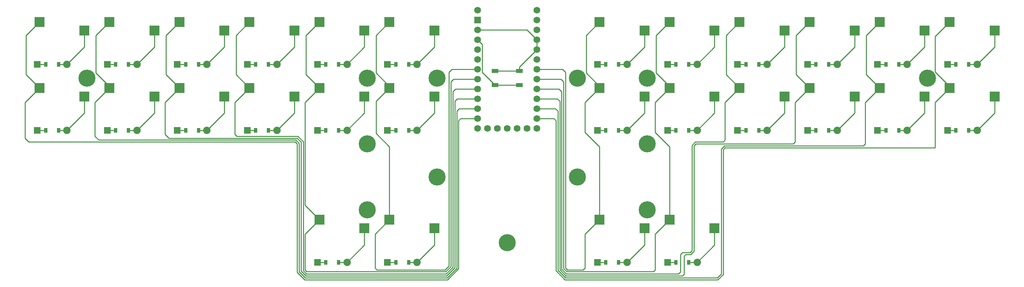
<source format=gbr>
%TF.GenerationSoftware,KiCad,Pcbnew,9.0.0*%
%TF.CreationDate,2025-04-18T14:09:36+02:00*%
%TF.ProjectId,pcb,7063622e-6b69-4636-9164-5f7063625858,v1.0.0*%
%TF.SameCoordinates,Original*%
%TF.FileFunction,Copper,L2,Bot*%
%TF.FilePolarity,Positive*%
%FSLAX46Y46*%
G04 Gerber Fmt 4.6, Leading zero omitted, Abs format (unit mm)*
G04 Created by KiCad (PCBNEW 9.0.0) date 2025-04-18 14:09:36*
%MOMM*%
%LPD*%
G01*
G04 APERTURE LIST*
%TA.AperFunction,SMDPad,CuDef*%
%ADD10R,2.600000X2.600000*%
%TD*%
%TA.AperFunction,SMDPad,CuDef*%
%ADD11R,0.900000X1.200000*%
%TD*%
%TA.AperFunction,ComponentPad*%
%ADD12R,1.778000X1.778000*%
%TD*%
%TA.AperFunction,ComponentPad*%
%ADD13C,1.905000*%
%TD*%
%TA.AperFunction,ComponentPad*%
%ADD14C,1.752600*%
%TD*%
%TA.AperFunction,ComponentPad*%
%ADD15R,1.752600X1.752600*%
%TD*%
%TA.AperFunction,SMDPad,CuDef*%
%ADD16R,1.800000X1.100000*%
%TD*%
%TA.AperFunction,ComponentPad*%
%ADD17C,4.400000*%
%TD*%
%TA.AperFunction,ComponentPad*%
%ADD18C,0.700000*%
%TD*%
%TA.AperFunction,Conductor*%
%ADD19C,0.250000*%
%TD*%
G04 APERTURE END LIST*
D10*
%TO.P,S1,1*%
%TO.N,D23*%
X96725000Y-94050000D03*
%TO.P,S1,2*%
%TO.N,outer_lbottom*%
X108275000Y-96250000D03*
%TD*%
%TO.P,S2,1*%
%TO.N,D23*%
X96725000Y-77050000D03*
%TO.P,S2,2*%
%TO.N,outer_ltop*%
X108275000Y-79250000D03*
%TD*%
%TO.P,S3,1*%
%TO.N,D20*%
X114725000Y-94050000D03*
%TO.P,S3,2*%
%TO.N,pinky_lbottom*%
X126275000Y-96250000D03*
%TD*%
%TO.P,S4,1*%
%TO.N,D20*%
X114725000Y-77050000D03*
%TO.P,S4,2*%
%TO.N,pinky_ltop*%
X126275000Y-79250000D03*
%TD*%
%TO.P,S5,1*%
%TO.N,D22*%
X132725000Y-94050000D03*
%TO.P,S5,2*%
%TO.N,ring_lbottom*%
X144275000Y-96250000D03*
%TD*%
%TO.P,S6,1*%
%TO.N,D22*%
X132725000Y-77050000D03*
%TO.P,S6,2*%
%TO.N,ring_ltop*%
X144275000Y-79250000D03*
%TD*%
%TO.P,S7,1*%
%TO.N,D26*%
X150725000Y-94050000D03*
%TO.P,S7,2*%
%TO.N,middle_lbottom*%
X162275000Y-96250000D03*
%TD*%
%TO.P,S8,1*%
%TO.N,D26*%
X150725000Y-77050000D03*
%TO.P,S8,2*%
%TO.N,middle_ltop*%
X162275000Y-79250000D03*
%TD*%
%TO.P,S9,1*%
%TO.N,D27*%
X168725000Y-94050000D03*
%TO.P,S9,2*%
%TO.N,index_lbottom*%
X180275000Y-96250000D03*
%TD*%
%TO.P,S10,1*%
%TO.N,D27*%
X168725000Y-77050000D03*
%TO.P,S10,2*%
%TO.N,index_ltop*%
X180275000Y-79250000D03*
%TD*%
%TO.P,S11,1*%
%TO.N,D28*%
X186725000Y-94050000D03*
%TO.P,S11,2*%
%TO.N,inner_lbottom*%
X198275000Y-96250000D03*
%TD*%
%TO.P,S12,1*%
%TO.N,D28*%
X186725000Y-77050000D03*
%TO.P,S12,2*%
%TO.N,inner_ltop*%
X198275000Y-79250000D03*
%TD*%
%TO.P,S13,1*%
%TO.N,D3*%
X240725000Y-94050000D03*
%TO.P,S13,2*%
%TO.N,inner_rbottom*%
X252275000Y-96250000D03*
%TD*%
%TO.P,S14,1*%
%TO.N,D3*%
X240725000Y-77050000D03*
%TO.P,S14,2*%
%TO.N,inner_rtop*%
X252275000Y-79250000D03*
%TD*%
%TO.P,S15,1*%
%TO.N,D4*%
X258725000Y-94050000D03*
%TO.P,S15,2*%
%TO.N,index_rbottom*%
X270275000Y-96250000D03*
%TD*%
%TO.P,S16,1*%
%TO.N,D4*%
X258725000Y-77050000D03*
%TO.P,S16,2*%
%TO.N,index_rtop*%
X270275000Y-79250000D03*
%TD*%
%TO.P,S17,1*%
%TO.N,D5*%
X276725000Y-94050000D03*
%TO.P,S17,2*%
%TO.N,middle_rbottom*%
X288275000Y-96250000D03*
%TD*%
%TO.P,S18,1*%
%TO.N,D5*%
X276725000Y-77050000D03*
%TO.P,S18,2*%
%TO.N,middle_rtop*%
X288275000Y-79250000D03*
%TD*%
%TO.P,S19,1*%
%TO.N,D6*%
X294725000Y-94050000D03*
%TO.P,S19,2*%
%TO.N,ring_rbottom*%
X306275000Y-96250000D03*
%TD*%
%TO.P,S20,1*%
%TO.N,D6*%
X294725000Y-77050000D03*
%TO.P,S20,2*%
%TO.N,ring_rtop*%
X306275000Y-79250000D03*
%TD*%
%TO.P,S21,1*%
%TO.N,D7*%
X312725000Y-94050000D03*
%TO.P,S21,2*%
%TO.N,pinky_rbottom*%
X324275000Y-96250000D03*
%TD*%
%TO.P,S22,1*%
%TO.N,D7*%
X312725000Y-77050000D03*
%TO.P,S22,2*%
%TO.N,pinky_rtop*%
X324275000Y-79250000D03*
%TD*%
%TO.P,S23,1*%
%TO.N,D8*%
X330725000Y-94050000D03*
%TO.P,S23,2*%
%TO.N,outer_rbottom*%
X342275000Y-96250000D03*
%TD*%
%TO.P,S24,1*%
%TO.N,D8*%
X330725000Y-77050000D03*
%TO.P,S24,2*%
%TO.N,outer_rtop*%
X342275000Y-79250000D03*
%TD*%
%TO.P,S25,1*%
%TO.N,D27*%
X168725000Y-128050000D03*
%TO.P,S25,2*%
%TO.N,outer_lttop*%
X180275000Y-130250000D03*
%TD*%
%TO.P,S26,1*%
%TO.N,D28*%
X186725000Y-128050000D03*
%TO.P,S26,2*%
%TO.N,inner_lttop*%
X198275000Y-130250000D03*
%TD*%
%TO.P,S27,1*%
%TO.N,D3*%
X240725000Y-128050000D03*
%TO.P,S27,2*%
%TO.N,inner_rttop*%
X252275000Y-130250000D03*
%TD*%
%TO.P,S28,1*%
%TO.N,D4*%
X258725000Y-128050000D03*
%TO.P,S28,2*%
%TO.N,outer_rttop*%
X270275000Y-130250000D03*
%TD*%
D11*
%TO.P,D1,2*%
%TO.N,outer_lbottom*%
X101650000Y-105000000D03*
%TO.P,D1,1*%
%TO.N,D21*%
X98350000Y-105000000D03*
D12*
X96190000Y-105000000D03*
D13*
%TO.P,D1,2*%
%TO.N,outer_lbottom*%
X103810000Y-105000000D03*
%TD*%
D11*
%TO.P,D2,2*%
%TO.N,outer_ltop*%
X101650000Y-88000000D03*
%TO.P,D2,1*%
%TO.N,D29*%
X98350000Y-88000000D03*
D12*
X96190000Y-88000000D03*
D13*
%TO.P,D2,2*%
%TO.N,outer_ltop*%
X103810000Y-88000000D03*
%TD*%
D11*
%TO.P,D3,2*%
%TO.N,pinky_lbottom*%
X119650000Y-105000000D03*
%TO.P,D3,1*%
%TO.N,D21*%
X116350000Y-105000000D03*
D12*
X114190000Y-105000000D03*
D13*
%TO.P,D3,2*%
%TO.N,pinky_lbottom*%
X121810000Y-105000000D03*
%TD*%
D11*
%TO.P,D4,2*%
%TO.N,pinky_ltop*%
X119650000Y-88000000D03*
%TO.P,D4,1*%
%TO.N,D29*%
X116350000Y-88000000D03*
D12*
X114190000Y-88000000D03*
D13*
%TO.P,D4,2*%
%TO.N,pinky_ltop*%
X121810000Y-88000000D03*
%TD*%
D11*
%TO.P,D5,2*%
%TO.N,ring_lbottom*%
X137650000Y-105000000D03*
%TO.P,D5,1*%
%TO.N,D21*%
X134350000Y-105000000D03*
D12*
X132190000Y-105000000D03*
D13*
%TO.P,D5,2*%
%TO.N,ring_lbottom*%
X139810000Y-105000000D03*
%TD*%
D11*
%TO.P,D6,2*%
%TO.N,ring_ltop*%
X137650000Y-88000000D03*
%TO.P,D6,1*%
%TO.N,D29*%
X134350000Y-88000000D03*
D12*
X132190000Y-88000000D03*
D13*
%TO.P,D6,2*%
%TO.N,ring_ltop*%
X139810000Y-88000000D03*
%TD*%
D11*
%TO.P,D7,2*%
%TO.N,middle_lbottom*%
X155650000Y-105000000D03*
%TO.P,D7,1*%
%TO.N,D21*%
X152350000Y-105000000D03*
D12*
X150190000Y-105000000D03*
D13*
%TO.P,D7,2*%
%TO.N,middle_lbottom*%
X157810000Y-105000000D03*
%TD*%
D11*
%TO.P,D8,2*%
%TO.N,middle_ltop*%
X155650000Y-88000000D03*
%TO.P,D8,1*%
%TO.N,D29*%
X152350000Y-88000000D03*
D12*
X150190000Y-88000000D03*
D13*
%TO.P,D8,2*%
%TO.N,middle_ltop*%
X157810000Y-88000000D03*
%TD*%
D11*
%TO.P,D9,2*%
%TO.N,index_lbottom*%
X173650000Y-105000000D03*
%TO.P,D9,1*%
%TO.N,D21*%
X170350000Y-105000000D03*
D12*
X168190000Y-105000000D03*
D13*
%TO.P,D9,2*%
%TO.N,index_lbottom*%
X175810000Y-105000000D03*
%TD*%
D11*
%TO.P,D10,2*%
%TO.N,index_ltop*%
X173650000Y-88000000D03*
%TO.P,D10,1*%
%TO.N,D29*%
X170350000Y-88000000D03*
D12*
X168190000Y-88000000D03*
D13*
%TO.P,D10,2*%
%TO.N,index_ltop*%
X175810000Y-88000000D03*
%TD*%
D11*
%TO.P,D11,2*%
%TO.N,inner_lbottom*%
X191650000Y-105000000D03*
%TO.P,D11,1*%
%TO.N,D21*%
X188350000Y-105000000D03*
D12*
X186190000Y-105000000D03*
D13*
%TO.P,D11,2*%
%TO.N,inner_lbottom*%
X193810000Y-105000000D03*
%TD*%
D11*
%TO.P,D12,2*%
%TO.N,inner_ltop*%
X191650000Y-88000000D03*
%TO.P,D12,1*%
%TO.N,D29*%
X188350000Y-88000000D03*
D12*
X186190000Y-88000000D03*
D13*
%TO.P,D12,2*%
%TO.N,inner_ltop*%
X193810000Y-88000000D03*
%TD*%
D11*
%TO.P,D13,2*%
%TO.N,inner_rbottom*%
X245650000Y-105000000D03*
%TO.P,D13,1*%
%TO.N,D9*%
X242350000Y-105000000D03*
D12*
X240190000Y-105000000D03*
D13*
%TO.P,D13,2*%
%TO.N,inner_rbottom*%
X247810000Y-105000000D03*
%TD*%
D11*
%TO.P,D14,2*%
%TO.N,inner_rtop*%
X245650000Y-88000000D03*
%TO.P,D14,1*%
%TO.N,D2*%
X242350000Y-88000000D03*
D12*
X240190000Y-88000000D03*
D13*
%TO.P,D14,2*%
%TO.N,inner_rtop*%
X247810000Y-88000000D03*
%TD*%
D11*
%TO.P,D15,2*%
%TO.N,index_rbottom*%
X263650000Y-105000000D03*
%TO.P,D15,1*%
%TO.N,D9*%
X260350000Y-105000000D03*
D12*
X258190000Y-105000000D03*
D13*
%TO.P,D15,2*%
%TO.N,index_rbottom*%
X265810000Y-105000000D03*
%TD*%
D11*
%TO.P,D16,2*%
%TO.N,index_rtop*%
X263650000Y-88000000D03*
%TO.P,D16,1*%
%TO.N,D2*%
X260350000Y-88000000D03*
D12*
X258190000Y-88000000D03*
D13*
%TO.P,D16,2*%
%TO.N,index_rtop*%
X265810000Y-88000000D03*
%TD*%
D11*
%TO.P,D17,2*%
%TO.N,middle_rbottom*%
X281650000Y-105000000D03*
%TO.P,D17,1*%
%TO.N,D9*%
X278350000Y-105000000D03*
D12*
X276190000Y-105000000D03*
D13*
%TO.P,D17,2*%
%TO.N,middle_rbottom*%
X283810000Y-105000000D03*
%TD*%
D11*
%TO.P,D18,2*%
%TO.N,middle_rtop*%
X281650000Y-88000000D03*
%TO.P,D18,1*%
%TO.N,D2*%
X278350000Y-88000000D03*
D12*
X276190000Y-88000000D03*
D13*
%TO.P,D18,2*%
%TO.N,middle_rtop*%
X283810000Y-88000000D03*
%TD*%
D11*
%TO.P,D19,2*%
%TO.N,ring_rbottom*%
X299650000Y-105000000D03*
%TO.P,D19,1*%
%TO.N,D9*%
X296350000Y-105000000D03*
D12*
X294190000Y-105000000D03*
D13*
%TO.P,D19,2*%
%TO.N,ring_rbottom*%
X301810000Y-105000000D03*
%TD*%
D11*
%TO.P,D20,2*%
%TO.N,ring_rtop*%
X299650000Y-88000000D03*
%TO.P,D20,1*%
%TO.N,D2*%
X296350000Y-88000000D03*
D12*
X294190000Y-88000000D03*
D13*
%TO.P,D20,2*%
%TO.N,ring_rtop*%
X301810000Y-88000000D03*
%TD*%
D11*
%TO.P,D21,2*%
%TO.N,pinky_rbottom*%
X317650000Y-105000000D03*
%TO.P,D21,1*%
%TO.N,D9*%
X314350000Y-105000000D03*
D12*
X312190000Y-105000000D03*
D13*
%TO.P,D21,2*%
%TO.N,pinky_rbottom*%
X319810000Y-105000000D03*
%TD*%
D11*
%TO.P,D22,2*%
%TO.N,pinky_rtop*%
X317650000Y-88000000D03*
%TO.P,D22,1*%
%TO.N,D2*%
X314350000Y-88000000D03*
D12*
X312190000Y-88000000D03*
D13*
%TO.P,D22,2*%
%TO.N,pinky_rtop*%
X319810000Y-88000000D03*
%TD*%
D11*
%TO.P,D23,2*%
%TO.N,outer_rbottom*%
X335650000Y-105000000D03*
%TO.P,D23,1*%
%TO.N,D9*%
X332350000Y-105000000D03*
D12*
X330190000Y-105000000D03*
D13*
%TO.P,D23,2*%
%TO.N,outer_rbottom*%
X337810000Y-105000000D03*
%TD*%
D11*
%TO.P,D24,2*%
%TO.N,outer_rtop*%
X335650000Y-88000000D03*
%TO.P,D24,1*%
%TO.N,D2*%
X332350000Y-88000000D03*
D12*
X330190000Y-88000000D03*
D13*
%TO.P,D24,2*%
%TO.N,outer_rtop*%
X337810000Y-88000000D03*
%TD*%
D11*
%TO.P,D25,2*%
%TO.N,outer_lttop*%
X173650000Y-139000000D03*
%TO.P,D25,1*%
%TO.N,D1*%
X170350000Y-139000000D03*
D12*
X168190000Y-139000000D03*
D13*
%TO.P,D25,2*%
%TO.N,outer_lttop*%
X175810000Y-139000000D03*
%TD*%
D11*
%TO.P,D26,2*%
%TO.N,inner_lttop*%
X191650000Y-139000000D03*
%TO.P,D26,1*%
%TO.N,D1*%
X188350000Y-139000000D03*
D12*
X186190000Y-139000000D03*
D13*
%TO.P,D26,2*%
%TO.N,inner_lttop*%
X193810000Y-139000000D03*
%TD*%
D11*
%TO.P,D27,2*%
%TO.N,inner_rttop*%
X245650000Y-139000000D03*
%TO.P,D27,1*%
%TO.N,D1*%
X242350000Y-139000000D03*
D12*
X240190000Y-139000000D03*
D13*
%TO.P,D27,2*%
%TO.N,inner_rttop*%
X247810000Y-139000000D03*
%TD*%
D11*
%TO.P,D28,2*%
%TO.N,outer_rttop*%
X263650000Y-139000000D03*
%TO.P,D28,1*%
%TO.N,D1*%
X260350000Y-139000000D03*
D12*
X258190000Y-139000000D03*
D13*
%TO.P,D28,2*%
%TO.N,outer_rttop*%
X265810000Y-139000000D03*
%TD*%
D14*
%TO.P,MCU1,2*%
%TO.N,Dm*%
X209380000Y-73990000D03*
D15*
%TO.P,MCU1,1*%
%TO.N,RAW*%
X209380000Y-76530000D03*
D14*
%TO.P,MCU1,2*%
%TO.N,GND*%
X209380000Y-79070000D03*
%TO.P,MCU1,3*%
%TO.N,RST*%
X209380000Y-81610000D03*
%TO.P,MCU1,4*%
%TO.N,VCC*%
X209380000Y-84150000D03*
%TO.P,MCU1,5*%
%TO.N,D29*%
X209380000Y-86690000D03*
%TO.P,MCU1,6*%
%TO.N,D28*%
X209380000Y-89230000D03*
%TO.P,MCU1,7*%
%TO.N,D27*%
X209380000Y-91770000D03*
%TO.P,MCU1,8*%
%TO.N,D26*%
X209380000Y-94310000D03*
%TO.P,MCU1,9*%
%TO.N,D22*%
X209380000Y-96850000D03*
%TO.P,MCU1,10*%
%TO.N,D20*%
X209380000Y-99390000D03*
%TO.P,MCU1,11*%
%TO.N,D23*%
X209380000Y-101930000D03*
%TO.P,MCU1,12*%
%TO.N,D21*%
X209380000Y-104470000D03*
%TO.P,MCU1,13*%
%TO.N,D12*%
X222080000Y-104470000D03*
%TO.P,MCU1,14*%
%TO.N,D13*%
X219540000Y-104470000D03*
%TO.P,MCU1,15*%
%TO.N,D14*%
X217000000Y-104470000D03*
%TO.P,MCU1,16*%
%TO.N,D15*%
X214460000Y-104470000D03*
%TO.P,MCU1,17*%
%TO.N,D16*%
X211920000Y-104470000D03*
%TO.P,MCU1,18*%
%TO.N,Dp*%
X224620000Y-73990000D03*
%TO.P,MCU1,19*%
%TO.N,D0*%
X224620000Y-76530000D03*
%TO.P,MCU1,20*%
%TO.N,D1*%
X224620000Y-79070000D03*
%TO.P,MCU1,21*%
%TO.N,GND*%
X224620000Y-81610000D03*
%TO.P,MCU1,22*%
X224620000Y-84150000D03*
%TO.P,MCU1,23*%
%TO.N,D2*%
X224620000Y-86690000D03*
%TO.P,MCU1,24*%
%TO.N,D3*%
X224620000Y-89230000D03*
%TO.P,MCU1,25*%
%TO.N,D4*%
X224620000Y-91770000D03*
%TO.P,MCU1,26*%
%TO.N,D5*%
X224620000Y-94310000D03*
%TO.P,MCU1,27*%
%TO.N,D6*%
X224620000Y-96850000D03*
%TO.P,MCU1,28*%
%TO.N,D7*%
X224620000Y-99390000D03*
%TO.P,MCU1,29*%
%TO.N,D8*%
X224620000Y-101930000D03*
%TO.P,MCU1,30*%
%TO.N,D9*%
X224620000Y-104470000D03*
%TD*%
D16*
%TO.P,B1,1*%
%TO.N,GND*%
X213900000Y-89650000D03*
X220100000Y-89650000D03*
%TO.P,B1,2*%
%TO.N,RST*%
X213900000Y-93350000D03*
X220100000Y-93350000D03*
%TD*%
D17*
%TO.P,_1,1*%
%TO.N,N/C*%
X109000000Y-91500000D03*
D18*
X110629630Y-91500000D03*
X110152322Y-92652322D03*
X109000000Y-93129630D03*
X107847678Y-92652322D03*
X107370370Y-91500000D03*
X107847678Y-90347678D03*
X109000000Y-89870370D03*
X110152322Y-90347678D03*
%TD*%
D17*
%TO.P,_2,1*%
%TO.N,N/C*%
X181000000Y-91500000D03*
D18*
X182629630Y-91500000D03*
X182152322Y-92652322D03*
X181000000Y-93129630D03*
X179847678Y-92652322D03*
X179370370Y-91500000D03*
X179847678Y-90347678D03*
X181000000Y-89870370D03*
X182152322Y-90347678D03*
%TD*%
D17*
%TO.P,_3,1*%
%TO.N,N/C*%
X181000000Y-108500000D03*
D18*
X182629630Y-108500000D03*
X182152322Y-109652322D03*
X181000000Y-110129630D03*
X179847678Y-109652322D03*
X179370370Y-108500000D03*
X179847678Y-107347678D03*
X181000000Y-106870370D03*
X182152322Y-107347678D03*
%TD*%
D17*
%TO.P,_4,1*%
%TO.N,N/C*%
X199000000Y-91500000D03*
D18*
X200629630Y-91500000D03*
X200152322Y-92652322D03*
X199000000Y-93129630D03*
X197847678Y-92652322D03*
X197370370Y-91500000D03*
X197847678Y-90347678D03*
X199000000Y-89870370D03*
X200152322Y-90347678D03*
%TD*%
D17*
%TO.P,_5,1*%
%TO.N,N/C*%
X199000000Y-117000000D03*
D18*
X200629630Y-117000000D03*
X200152322Y-118152322D03*
X199000000Y-118629630D03*
X197847678Y-118152322D03*
X197370370Y-117000000D03*
X197847678Y-115847678D03*
X199000000Y-115370370D03*
X200152322Y-115847678D03*
%TD*%
D17*
%TO.P,_6,1*%
%TO.N,N/C*%
X181000000Y-125500000D03*
D18*
X182629630Y-125500000D03*
X182152322Y-126652322D03*
X181000000Y-127129630D03*
X179847678Y-126652322D03*
X179370370Y-125500000D03*
X179847678Y-124347678D03*
X181000000Y-123870370D03*
X182152322Y-124347678D03*
%TD*%
D17*
%TO.P,_7,1*%
%TO.N,N/C*%
X325000000Y-91500000D03*
D18*
X326629630Y-91500000D03*
X326152322Y-92652322D03*
X325000000Y-93129630D03*
X323847678Y-92652322D03*
X323370370Y-91500000D03*
X323847678Y-90347678D03*
X325000000Y-89870370D03*
X326152322Y-90347678D03*
%TD*%
D17*
%TO.P,_8,1*%
%TO.N,N/C*%
X253000000Y-91500000D03*
D18*
X254629630Y-91500000D03*
X254152322Y-92652322D03*
X253000000Y-93129630D03*
X251847678Y-92652322D03*
X251370370Y-91500000D03*
X251847678Y-90347678D03*
X253000000Y-89870370D03*
X254152322Y-90347678D03*
%TD*%
D17*
%TO.P,_9,1*%
%TO.N,N/C*%
X253000000Y-108500000D03*
D18*
X254629630Y-108500000D03*
X254152322Y-109652322D03*
X253000000Y-110129630D03*
X251847678Y-109652322D03*
X251370370Y-108500000D03*
X251847678Y-107347678D03*
X253000000Y-106870370D03*
X254152322Y-107347678D03*
%TD*%
D17*
%TO.P,_10,1*%
%TO.N,N/C*%
X235000000Y-91500000D03*
D18*
X236629630Y-91500000D03*
X236152322Y-92652322D03*
X235000000Y-93129630D03*
X233847678Y-92652322D03*
X233370370Y-91500000D03*
X233847678Y-90347678D03*
X235000000Y-89870370D03*
X236152322Y-90347678D03*
%TD*%
D17*
%TO.P,_11,1*%
%TO.N,N/C*%
X235000000Y-117000000D03*
D18*
X236629630Y-117000000D03*
X236152322Y-118152322D03*
X235000000Y-118629630D03*
X233847678Y-118152322D03*
X233370370Y-117000000D03*
X233847678Y-115847678D03*
X235000000Y-115370370D03*
X236152322Y-115847678D03*
%TD*%
D17*
%TO.P,_12,1*%
%TO.N,N/C*%
X253000000Y-125500000D03*
D18*
X254629630Y-125500000D03*
X254152322Y-126652322D03*
X253000000Y-127129630D03*
X251847678Y-126652322D03*
X251370370Y-125500000D03*
X251847678Y-124347678D03*
X253000000Y-123870370D03*
X254152322Y-124347678D03*
%TD*%
D17*
%TO.P,_13,1*%
%TO.N,N/C*%
X217000000Y-134000000D03*
D18*
X218629630Y-134000000D03*
X218152322Y-135152322D03*
X217000000Y-135629630D03*
X215847678Y-135152322D03*
X215370370Y-134000000D03*
X215847678Y-132847678D03*
X217000000Y-132370370D03*
X218152322Y-132847678D03*
%TD*%
D19*
%TO.N,D8*%
X330725000Y-94050000D02*
X327000000Y-97775000D01*
X229500000Y-141189050D02*
X229500000Y-102500000D01*
X327000000Y-97775000D02*
X327000000Y-109500000D01*
X271137810Y-143500000D02*
X231810950Y-143500000D01*
X229500000Y-102500000D02*
X228930000Y-101930000D01*
X272500000Y-110000000D02*
X272500000Y-142137810D01*
X231810950Y-143500000D02*
X229500000Y-141189050D01*
X273000000Y-109500000D02*
X272500000Y-110000000D01*
X327000000Y-109500000D02*
X273000000Y-109500000D01*
X272500000Y-142137810D02*
X271137810Y-143500000D01*
X228930000Y-101930000D02*
X224620000Y-101930000D01*
%TO.N,GND*%
X209380000Y-79070000D02*
X222080000Y-79070000D01*
X222080000Y-79070000D02*
X224620000Y-81610000D01*
X224620000Y-84150000D02*
X224620000Y-81610000D01*
X220100000Y-89650000D02*
X220100000Y-88670000D01*
X220100000Y-88670000D02*
X224620000Y-84150000D01*
X213900000Y-89650000D02*
X220100000Y-89650000D01*
%TO.N,RST*%
X213900000Y-93350000D02*
X210582300Y-90032300D01*
X210582300Y-82812300D02*
X209380000Y-81610000D01*
X210582300Y-90032300D02*
X210582300Y-82812300D01*
X213900000Y-93350000D02*
X220100000Y-93350000D01*
%TO.N,D7*%
X309000000Y-108500000D02*
X308500000Y-109000000D01*
X272862190Y-109000000D02*
X272000000Y-109862190D01*
X229341000Y-99390000D02*
X224620000Y-99390000D01*
X271000000Y-143000000D02*
X231948760Y-143000000D01*
X308500000Y-109000000D02*
X272862190Y-109000000D01*
X272000000Y-109862190D02*
X272000000Y-142000000D01*
X231948760Y-143000000D02*
X230000000Y-141051240D01*
X309000000Y-97775000D02*
X309000000Y-108500000D01*
X230000000Y-141051240D02*
X230000000Y-100049000D01*
X272000000Y-142000000D02*
X271000000Y-143000000D01*
X230000000Y-100049000D02*
X229341000Y-99390000D01*
X312725000Y-94050000D02*
X309000000Y-97775000D01*
%TO.N,D6*%
X294725000Y-94050000D02*
X291000000Y-97775000D01*
X262068905Y-142500000D02*
X232086570Y-142500000D01*
X290500000Y-108500000D02*
X265500000Y-108500000D01*
X291000000Y-97775000D02*
X291000000Y-108000000D01*
X291000000Y-108000000D02*
X290500000Y-108500000D01*
X265500000Y-108500000D02*
X265000000Y-109000000D01*
X265000000Y-136137810D02*
X264137810Y-137000000D01*
X264137810Y-137000000D02*
X262862190Y-137000000D01*
X265000000Y-109000000D02*
X265000000Y-136137810D01*
X262862190Y-137000000D02*
X262500000Y-137362190D01*
X262500000Y-137362190D02*
X262500000Y-142068905D01*
X262500000Y-142068905D02*
X262068905Y-142500000D01*
X232086570Y-142500000D02*
X230500000Y-140913430D01*
X230500000Y-140913430D02*
X230500000Y-97500000D01*
X229850000Y-96850000D02*
X224620000Y-96850000D01*
X230500000Y-97500000D02*
X229850000Y-96850000D01*
%TO.N,D5*%
X276725000Y-94050000D02*
X273000000Y-97775000D01*
X261000000Y-142000000D02*
X232224380Y-142000000D01*
X273000000Y-97775000D02*
X273000000Y-107500000D01*
X264000000Y-136500000D02*
X262000000Y-136500000D01*
X272500000Y-108000000D02*
X265362190Y-108000000D01*
X273000000Y-107500000D02*
X272500000Y-108000000D01*
X265362190Y-108000000D02*
X264500000Y-108862190D01*
X231000000Y-95000000D02*
X230310000Y-94310000D01*
X261500000Y-137000000D02*
X261500000Y-141500000D01*
X264500000Y-108862190D02*
X264500000Y-136000000D01*
X264500000Y-136000000D02*
X264000000Y-136500000D01*
X261500000Y-141500000D02*
X261000000Y-142000000D01*
X262000000Y-136500000D02*
X261500000Y-137000000D01*
X232224380Y-142000000D02*
X231000000Y-140775620D01*
X231000000Y-140775620D02*
X231000000Y-95000000D01*
X230310000Y-94310000D02*
X224620000Y-94310000D01*
%TO.N,D4*%
X255000000Y-131775000D02*
X255000000Y-141000000D01*
X254549000Y-141451000D02*
X232313190Y-141451000D01*
X258725000Y-128050000D02*
X255000000Y-131775000D01*
X232313190Y-141451000D02*
X231500000Y-140637810D01*
X255000000Y-141000000D02*
X254549000Y-141451000D01*
X231500000Y-140637810D02*
X231500000Y-92500000D01*
X231500000Y-92500000D02*
X230770000Y-91770000D01*
X230770000Y-91770000D02*
X224620000Y-91770000D01*
%TO.N,D3*%
X240725000Y-128050000D02*
X237000000Y-131775000D01*
X237000000Y-140500000D02*
X236500000Y-141000000D01*
X237000000Y-131775000D02*
X237000000Y-140500000D01*
X236500000Y-141000000D02*
X232500000Y-141000000D01*
X232500000Y-141000000D02*
X232000000Y-140500000D01*
X232000000Y-140500000D02*
X232000000Y-90000000D01*
X232000000Y-90000000D02*
X231230000Y-89230000D01*
X231230000Y-89230000D02*
X224620000Y-89230000D01*
%TO.N,D23*%
X93000000Y-97775000D02*
X93000000Y-107000000D01*
X163000000Y-108500000D02*
X163000000Y-141551240D01*
X93000000Y-107000000D02*
X94000000Y-108000000D01*
X94000000Y-108000000D02*
X162500000Y-108000000D01*
X162500000Y-108000000D02*
X163000000Y-108500000D01*
X205070000Y-101930000D02*
X209380000Y-101930000D01*
X96725000Y-94050000D02*
X93000000Y-97775000D01*
X204500000Y-140689049D02*
X204500000Y-102500000D01*
X204500000Y-102500000D02*
X205070000Y-101930000D01*
X163000000Y-141551240D02*
X164948760Y-143500000D01*
X164948760Y-143500000D02*
X201689049Y-143500000D01*
X201689049Y-143500000D02*
X204500000Y-140689049D01*
%TO.N,D20*%
X112000000Y-107500000D02*
X162637810Y-107500000D01*
X204610000Y-99390000D02*
X209380000Y-99390000D01*
X162637810Y-107500000D02*
X163500000Y-108362190D01*
X114725000Y-94050000D02*
X111000000Y-97775000D01*
X111000000Y-97775000D02*
X111000000Y-106500000D01*
X204000000Y-140551239D02*
X204000000Y-100000000D01*
X111000000Y-106500000D02*
X112000000Y-107500000D01*
X163500000Y-108362190D02*
X163500000Y-141413430D01*
X163500000Y-141413430D02*
X165086570Y-143000000D01*
X201551239Y-143000000D02*
X204000000Y-140551239D01*
X165086570Y-143000000D02*
X201551239Y-143000000D01*
X204000000Y-100000000D02*
X204610000Y-99390000D01*
%TO.N,D22*%
X132725000Y-94050000D02*
X129000000Y-97775000D01*
X129000000Y-97775000D02*
X129000000Y-106000000D01*
X130000000Y-107000000D02*
X163000000Y-107000000D01*
X129000000Y-106000000D02*
X130000000Y-107000000D01*
X164000000Y-108000000D02*
X164000000Y-141275620D01*
X203500000Y-97500000D02*
X204150000Y-96850000D01*
X204150000Y-96850000D02*
X209380000Y-96850000D01*
X163000000Y-107000000D02*
X164000000Y-108000000D01*
X165224380Y-142500000D02*
X201413429Y-142500000D01*
X201413429Y-142500000D02*
X203500000Y-140413429D01*
X164000000Y-141275620D02*
X165224380Y-142500000D01*
X203500000Y-140413429D02*
X203500000Y-97500000D01*
%TO.N,D26*%
X147000000Y-106000000D02*
X147500000Y-106500000D01*
X150725000Y-94050000D02*
X147000000Y-97775000D01*
X164549000Y-141186810D02*
X165362190Y-142000000D01*
X163137810Y-106500000D02*
X164549000Y-107911190D01*
X147500000Y-106500000D02*
X163137810Y-106500000D01*
X147000000Y-97775000D02*
X147000000Y-106000000D01*
X164549000Y-107911190D02*
X164549000Y-141186810D01*
X201275619Y-142000000D02*
X203000000Y-140275619D01*
X203000000Y-140275619D02*
X203000000Y-95000000D01*
X203000000Y-95000000D02*
X203690000Y-94310000D01*
X165362190Y-142000000D02*
X201275619Y-142000000D01*
X203690000Y-94310000D02*
X209380000Y-94310000D01*
%TO.N,D27*%
X168725000Y-128050000D02*
X165000000Y-131775000D01*
X203230000Y-91770000D02*
X209380000Y-91770000D01*
X165000000Y-141000000D02*
X165451000Y-141451000D01*
X165451000Y-141451000D02*
X201186809Y-141451000D01*
X165000000Y-131775000D02*
X165000000Y-141000000D01*
X201186809Y-141451000D02*
X202500000Y-140137809D01*
X202500000Y-140137809D02*
X202500000Y-92500000D01*
X202500000Y-92500000D02*
X203230000Y-91770000D01*
%TO.N,D28*%
X183000000Y-131775000D02*
X183000000Y-140500000D01*
X200999999Y-141000000D02*
X202000000Y-139999999D01*
X186725000Y-128050000D02*
X183000000Y-131775000D01*
X183000000Y-140500000D02*
X183500000Y-141000000D01*
X202000000Y-139999999D02*
X202000000Y-90000000D01*
X183500000Y-141000000D02*
X200999999Y-141000000D01*
X202770000Y-89230000D02*
X209380000Y-89230000D01*
X202000000Y-90000000D02*
X202770000Y-89230000D01*
%TO.N,D27*%
X168725000Y-94050000D02*
X165000000Y-97775000D01*
X165000000Y-97775000D02*
X165000000Y-124325000D01*
X165000000Y-124325000D02*
X168725000Y-128050000D01*
%TO.N,outer_rttop*%
X263650000Y-139000000D02*
X265810000Y-139000000D01*
%TO.N,D1*%
X258190000Y-139000000D02*
X260350000Y-139000000D01*
%TO.N,inner_rttop*%
X245650000Y-139000000D02*
X247810000Y-139000000D01*
%TO.N,D1*%
X240190000Y-139000000D02*
X242350000Y-139000000D01*
%TO.N,D9*%
X242350000Y-105000000D02*
X240190000Y-105000000D01*
%TO.N,inner_rbottom*%
X247810000Y-105000000D02*
X245650000Y-105000000D01*
%TO.N,D9*%
X260350000Y-105000000D02*
X258190000Y-105000000D01*
%TO.N,index_rbottom*%
X265810000Y-105000000D02*
X263650000Y-105000000D01*
%TO.N,D9*%
X278350000Y-105000000D02*
X276190000Y-105000000D01*
%TO.N,middle_rbottom*%
X283810000Y-105000000D02*
X281650000Y-105000000D01*
%TO.N,D9*%
X296350000Y-105000000D02*
X294190000Y-105000000D01*
%TO.N,ring_rbottom*%
X301810000Y-105000000D02*
X299650000Y-105000000D01*
%TO.N,D9*%
X314350000Y-105000000D02*
X312190000Y-105000000D01*
%TO.N,pinky_rbottom*%
X319810000Y-105000000D02*
X317650000Y-105000000D01*
%TO.N,D9*%
X332350000Y-105000000D02*
X330190000Y-105000000D01*
%TO.N,outer_rbottom*%
X337810000Y-105000000D02*
X335650000Y-105000000D01*
%TO.N,outer_rtop*%
X335650000Y-88000000D02*
X337810000Y-88000000D01*
%TO.N,D2*%
X330190000Y-88000000D02*
X332350000Y-88000000D01*
%TO.N,pinky_rtop*%
X317650000Y-88000000D02*
X319810000Y-88000000D01*
%TO.N,D2*%
X312190000Y-88000000D02*
X314350000Y-88000000D01*
%TO.N,ring_rtop*%
X299650000Y-88000000D02*
X301810000Y-88000000D01*
%TO.N,D2*%
X294190000Y-88000000D02*
X296350000Y-88000000D01*
%TO.N,middle_rtop*%
X281650000Y-88000000D02*
X283810000Y-88000000D01*
%TO.N,D2*%
X276190000Y-88000000D02*
X278350000Y-88000000D01*
%TO.N,index_rtop*%
X263650000Y-88000000D02*
X265810000Y-88000000D01*
%TO.N,D2*%
X258190000Y-88000000D02*
X260350000Y-88000000D01*
%TO.N,inner_rtop*%
X245650000Y-88000000D02*
X247810000Y-88000000D01*
%TO.N,D2*%
X240190000Y-88000000D02*
X242350000Y-88000000D01*
%TO.N,inner_ltop*%
X191650000Y-88000000D02*
X193810000Y-88000000D01*
%TO.N,D29*%
X186190000Y-88000000D02*
X188350000Y-88000000D01*
%TO.N,index_ltop*%
X173650000Y-88000000D02*
X175810000Y-88000000D01*
%TO.N,D29*%
X168190000Y-88000000D02*
X170350000Y-88000000D01*
%TO.N,middle_ltop*%
X155650000Y-88000000D02*
X157810000Y-88000000D01*
%TO.N,D29*%
X150190000Y-88000000D02*
X152350000Y-88000000D01*
%TO.N,ring_ltop*%
X137650000Y-88000000D02*
X139810000Y-88000000D01*
%TO.N,D29*%
X132190000Y-88000000D02*
X134350000Y-88000000D01*
%TO.N,pinky_ltop*%
X119650000Y-88000000D02*
X121810000Y-88000000D01*
%TO.N,D29*%
X114190000Y-88000000D02*
X116350000Y-88000000D01*
%TO.N,outer_ltop*%
X101650000Y-88000000D02*
X103810000Y-88000000D01*
%TO.N,D29*%
X96190000Y-88000000D02*
X98350000Y-88000000D01*
%TO.N,D21*%
X98350000Y-105000000D02*
X96190000Y-105000000D01*
%TO.N,outer_lbottom*%
X103810000Y-105000000D02*
X101650000Y-105000000D01*
%TO.N,D21*%
X116350000Y-105000000D02*
X114190000Y-105000000D01*
%TO.N,pinky_lbottom*%
X121810000Y-105000000D02*
X119650000Y-105000000D01*
%TO.N,D21*%
X134350000Y-105000000D02*
X132190000Y-105000000D01*
%TO.N,ring_lbottom*%
X139810000Y-105000000D02*
X137650000Y-105000000D01*
%TO.N,D21*%
X152350000Y-105000000D02*
X150190000Y-105000000D01*
%TO.N,middle_lbottom*%
X157810000Y-105000000D02*
X155650000Y-105000000D01*
%TO.N,D21*%
X170350000Y-105000000D02*
X168190000Y-105000000D01*
%TO.N,index_lbottom*%
X175810000Y-105000000D02*
X173650000Y-105000000D01*
%TO.N,D21*%
X188350000Y-105000000D02*
X186190000Y-105000000D01*
%TO.N,inner_lbottom*%
X193810000Y-105000000D02*
X191650000Y-105000000D01*
%TO.N,D1*%
X170350000Y-139000000D02*
X168190000Y-139000000D01*
%TO.N,outer_lttop*%
X175810000Y-139000000D02*
X173650000Y-139000000D01*
%TO.N,inner_lttop*%
X191650000Y-139000000D02*
X193810000Y-139000000D01*
%TO.N,D1*%
X186190000Y-139000000D02*
X188350000Y-139000000D01*
%TO.N,index_rbottom*%
X265810000Y-105000000D02*
X270275000Y-100535000D01*
X270275000Y-100535000D02*
X270275000Y-96250000D01*
%TO.N,middle_rbottom*%
X283810000Y-105000000D02*
X288275000Y-100535000D01*
X288275000Y-100535000D02*
X288275000Y-96250000D01*
%TO.N,ring_rbottom*%
X301810000Y-105000000D02*
X306275000Y-100535000D01*
X306275000Y-100535000D02*
X306275000Y-96250000D01*
%TO.N,pinky_rbottom*%
X319810000Y-105000000D02*
X324275000Y-100535000D01*
X324275000Y-100535000D02*
X324275000Y-96250000D01*
%TO.N,outer_rbottom*%
X337810000Y-105000000D02*
X342275000Y-100535000D01*
X342275000Y-100535000D02*
X342275000Y-96250000D01*
%TO.N,outer_rtop*%
X337810000Y-88000000D02*
X342275000Y-83535000D01*
X342275000Y-83535000D02*
X342275000Y-79250000D01*
%TO.N,pinky_rtop*%
X319810000Y-88000000D02*
X324275000Y-83535000D01*
X324275000Y-83535000D02*
X324275000Y-79250000D01*
%TO.N,ring_rtop*%
X301810000Y-88000000D02*
X306275000Y-83535000D01*
X306275000Y-83535000D02*
X306275000Y-79250000D01*
%TO.N,middle_rtop*%
X283810000Y-88000000D02*
X288275000Y-83535000D01*
X288275000Y-83535000D02*
X288275000Y-79250000D01*
%TO.N,index_rtop*%
X265810000Y-88000000D02*
X270275000Y-83535000D01*
X270275000Y-83535000D02*
X270275000Y-79250000D01*
%TO.N,inner_rtop*%
X247810000Y-88000000D02*
X252275000Y-83535000D01*
X252275000Y-83535000D02*
X252275000Y-79250000D01*
%TO.N,inner_rbottom*%
X247810000Y-105000000D02*
X252275000Y-100535000D01*
X252275000Y-100535000D02*
X252275000Y-96250000D01*
%TO.N,outer_rttop*%
X265810000Y-139000000D02*
X270275000Y-134535000D01*
X270275000Y-134535000D02*
X270275000Y-130250000D01*
%TO.N,inner_rttop*%
X247810000Y-139000000D02*
X252275000Y-134535000D01*
X252275000Y-134535000D02*
X252275000Y-130250000D01*
%TO.N,D8*%
X330725000Y-77050000D02*
X327000000Y-80775000D01*
X327000000Y-80775000D02*
X327000000Y-89927696D01*
X327000000Y-89927696D02*
X330725000Y-93652696D01*
X330725000Y-93652696D02*
X330725000Y-94050000D01*
%TO.N,D7*%
X312725000Y-77050000D02*
X309273100Y-80501900D01*
X309273100Y-80501900D02*
X309273100Y-90598100D01*
X309273100Y-90598100D02*
X312725000Y-94050000D01*
%TO.N,D6*%
X294725000Y-77050000D02*
X291273100Y-80501900D01*
X291273100Y-80501900D02*
X291273100Y-90598100D01*
X291273100Y-90598100D02*
X294725000Y-94050000D01*
%TO.N,D5*%
X276725000Y-77050000D02*
X273273100Y-80501900D01*
X273273100Y-80501900D02*
X273273100Y-90598100D01*
X273273100Y-90598100D02*
X276725000Y-94050000D01*
%TO.N,D4*%
X258725000Y-94050000D02*
X255000000Y-97775000D01*
X255000000Y-97775000D02*
X255000000Y-105500000D01*
X255000000Y-105500000D02*
X258725000Y-109225000D01*
X258725000Y-109225000D02*
X258725000Y-128050000D01*
%TO.N,D3*%
X240725000Y-94050000D02*
X237000000Y-97775000D01*
X237000000Y-105500000D02*
X240725000Y-109225000D01*
X237000000Y-97775000D02*
X237000000Y-105500000D01*
X240725000Y-109225000D02*
X240725000Y-128050000D01*
%TO.N,D4*%
X258725000Y-77050000D02*
X255273100Y-80501900D01*
X258725000Y-93652696D02*
X258725000Y-94050000D01*
X255273100Y-80501900D02*
X255273100Y-90200796D01*
X255273100Y-90200796D02*
X258725000Y-93652696D01*
%TO.N,D3*%
X240725000Y-77050000D02*
X237273100Y-80501900D01*
X237273100Y-80501900D02*
X237273100Y-90200796D01*
X237273100Y-90200796D02*
X240725000Y-93652696D01*
X240725000Y-93652696D02*
X240725000Y-94050000D01*
%TO.N,D28*%
X186725000Y-94050000D02*
X183273100Y-97501900D01*
X183273100Y-105773100D02*
X186725000Y-109225000D01*
X183273100Y-97501900D02*
X183273100Y-105773100D01*
X186725000Y-109225000D02*
X186725000Y-128050000D01*
X186725000Y-77050000D02*
X183273100Y-80501900D01*
X186725000Y-93652696D02*
X186725000Y-94050000D01*
X183273100Y-80501900D02*
X183273100Y-90200796D01*
X183273100Y-90200796D02*
X186725000Y-93652696D01*
%TO.N,D27*%
X168725000Y-77050000D02*
X165273100Y-80501900D01*
X165273100Y-80501900D02*
X165273100Y-90598100D01*
X165273100Y-90598100D02*
X168725000Y-94050000D01*
%TO.N,D26*%
X150725000Y-77050000D02*
X147273100Y-80501900D01*
X147273100Y-80501900D02*
X147273100Y-90598100D01*
X147273100Y-90598100D02*
X150725000Y-94050000D01*
%TO.N,D22*%
X132725000Y-77050000D02*
X129273100Y-80501900D01*
X129273100Y-80501900D02*
X129273100Y-90598100D01*
X129273100Y-90598100D02*
X132725000Y-94050000D01*
%TO.N,D20*%
X114725000Y-77050000D02*
X111273100Y-80501900D01*
X111273100Y-80501900D02*
X111273100Y-90200796D01*
X111273100Y-90200796D02*
X114725000Y-93652696D01*
X114725000Y-93652696D02*
X114725000Y-94050000D01*
%TO.N,D23*%
X96725000Y-77050000D02*
X93273100Y-80501900D01*
X93273100Y-80501900D02*
X93273100Y-90598100D01*
X93273100Y-90598100D02*
X96725000Y-94050000D01*
%TO.N,inner_lttop*%
X193810000Y-139000000D02*
X198275000Y-134535000D01*
X198275000Y-134535000D02*
X198275000Y-130250000D01*
%TO.N,outer_lttop*%
X175810000Y-139000000D02*
X180275000Y-134535000D01*
X180275000Y-134535000D02*
X180275000Y-130250000D01*
%TO.N,index_lbottom*%
X175810000Y-105000000D02*
X180275000Y-100535000D01*
X180275000Y-100535000D02*
X180275000Y-96250000D01*
%TO.N,middle_lbottom*%
X157810000Y-105000000D02*
X162275000Y-100535000D01*
X162275000Y-100535000D02*
X162275000Y-96250000D01*
%TO.N,ring_lbottom*%
X139810000Y-105000000D02*
X144275000Y-100535000D01*
X144275000Y-100535000D02*
X144275000Y-96250000D01*
%TO.N,pinky_lbottom*%
X121810000Y-105000000D02*
X126275000Y-100535000D01*
X126275000Y-100535000D02*
X126275000Y-96250000D01*
%TO.N,outer_lbottom*%
X103810000Y-105000000D02*
X108275000Y-100535000D01*
X108275000Y-100535000D02*
X108275000Y-96250000D01*
%TO.N,outer_ltop*%
X103810000Y-88000000D02*
X108275000Y-83535000D01*
X108275000Y-83535000D02*
X108275000Y-79250000D01*
%TO.N,pinky_ltop*%
X121810000Y-88000000D02*
X126275000Y-83535000D01*
X126275000Y-83535000D02*
X126275000Y-79250000D01*
%TO.N,ring_ltop*%
X139810000Y-88000000D02*
X144275000Y-83535000D01*
X144275000Y-83535000D02*
X144275000Y-79250000D01*
%TO.N,middle_ltop*%
X157810000Y-88000000D02*
X162275000Y-83535000D01*
X162275000Y-83535000D02*
X162275000Y-79250000D01*
%TO.N,index_ltop*%
X175810000Y-88000000D02*
X180275000Y-83535000D01*
X180275000Y-83535000D02*
X180275000Y-79250000D01*
%TO.N,inner_ltop*%
X193810000Y-88000000D02*
X198275000Y-83535000D01*
X198275000Y-83535000D02*
X198275000Y-79250000D01*
%TO.N,inner_lbottom*%
X193810000Y-105000000D02*
X198275000Y-100535000D01*
X198275000Y-100535000D02*
X198275000Y-96250000D01*
%TD*%
M02*

</source>
